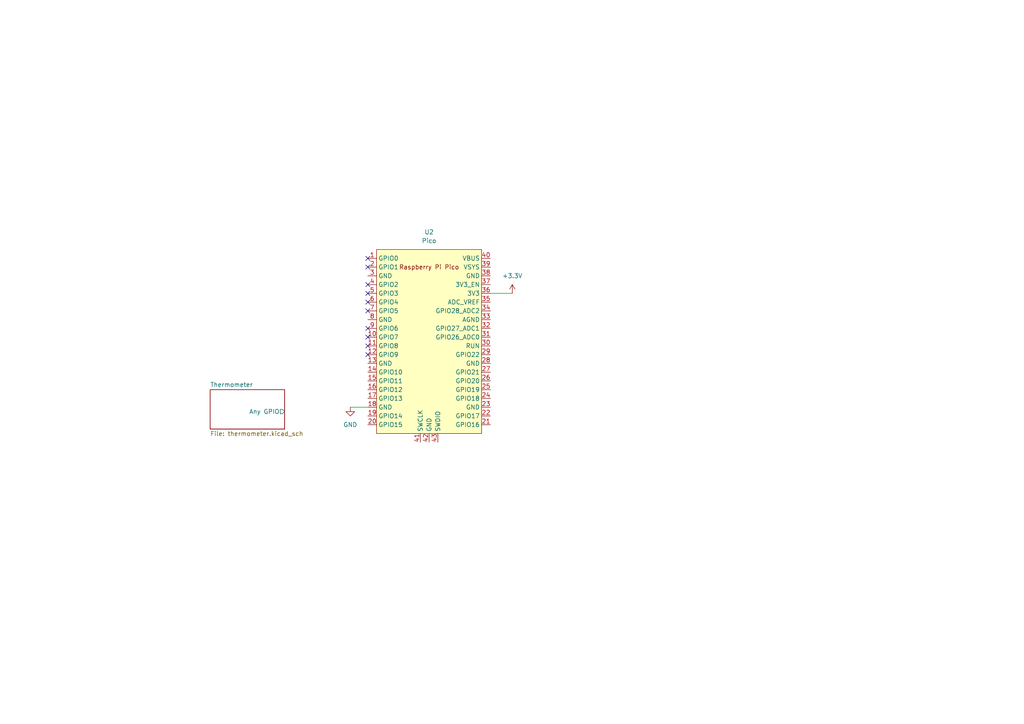
<source format=kicad_sch>
(kicad_sch (version 20231120) (generator "eeschema") (generator_version "8.0")
  (paper "A4")
  (title_block (title "Thermometre") (date "2025-01-28") (company "Andrei Vasilev"))
  (lib_symbols
    (symbol "MCU_RaspberryPi_and_Boards:Pico"
      (property "Reference" "U" (at -13.97 27.94 0))
      (property "Value" "Pico" (at 0 19.05 0))
      (symbol "Pico_0_0"
        (text "Raspberry Pi Pico" (at 0 21.59 0) (effects (font (size 1.27 1.27))))
      )
      (symbol "Pico_0_1"
        (rectangle (start -15.24 26.67) (end 15.24 -26.67) (fill (type background)))
      )
      (symbol "Pico_1_1"
        (pin bidirectional line (at -17.78 24.13 0) (length 2.54) (name "GPIO0") (number "1"))
        (pin bidirectional line (at -17.78 1.27 0) (length 2.54) (name "GPIO7") (number "10"))
        (pin bidirectional line (at -17.78 -1.27 0) (length 2.54) (name "GPIO8") (number "11"))
        (pin bidirectional line (at -17.78 -3.81 0) (length 2.54) (name "GPIO9") (number "12"))
        (pin power_in line (at -17.78 -6.35 0) (length 2.54) (name "GND") (number "13"))
        (pin bidirectional line (at -17.78 -8.89 0) (length 2.54) (name "GPIO10") (number "14"))
        (pin bidirectional line (at -17.78 -11.43 0) (length 2.54) (name "GPIO11") (number "15"))
        (pin bidirectional line (at -17.78 -13.97 0) (length 2.54) (name "GPIO12") (number "16"))
        (pin bidirectional line (at -17.78 -16.51 0) (length 2.54) (name "GPIO13") (number "17"))
        (pin power_in line (at -17.78 -19.05 0) (length 2.54) (name "GND") (number "18"))
        (pin bidirectional line (at -17.78 -21.59 0) (length 2.54) (name "GPIO14") (number "19"))
        (pin bidirectional line (at -17.78 21.59 0) (length 2.54) (name "GPIO1") (number "2"))
        (pin bidirectional line (at -17.78 -24.13 0) (length 2.54) (name "GPIO15") (number "20"))
        (pin bidirectional line (at 17.78 -24.13 180) (length 2.54) (name "GPIO16") (number "21"))
        (pin bidirectional line (at 17.78 -21.59 180) (length 2.54) (name "GPIO17") (number "22"))
        (pin power_in line (at 17.78 -19.05 180) (length 2.54) (name "GND") (number "23"))
        (pin bidirectional line (at 17.78 -16.51 180) (length 2.54) (name "GPIO18") (number "24"))
        (pin bidirectional line (at 17.78 -13.97 180) (length 2.54) (name "GPIO19") (number "25"))
        (pin bidirectional line (at 17.78 -11.43 180) (length 2.54) (name "GPIO20") (number "26"))
        (pin bidirectional line (at 17.78 -8.89 180) (length 2.54) (name "GPIO21") (number "27"))
        (pin power_in line (at 17.78 -6.35 180) (length 2.54) (name "GND") (number "28"))
        (pin bidirectional line (at 17.78 -3.81 180) (length 2.54) (name "GPIO22") (number "29"))
        (pin power_in line (at -17.78 19.05 0) (length 2.54) (name "GND") (number "3"))
        (pin input line (at 17.78 -1.27 180) (length 2.54) (name "RUN") (number "30"))
        (pin bidirectional line (at 17.78 1.27 180) (length 2.54) (name "GPIO26_ADC0") (number "31"))
        (pin bidirectional line (at 17.78 3.81 180) (length 2.54) (name "GPIO27_ADC1") (number "32"))
        (pin power_in line (at 17.78 6.35 180) (length 2.54) (name "AGND") (number "33"))
        (pin bidirectional line (at 17.78 8.89 180) (length 2.54) (name "GPIO28_ADC2") (number "34"))
        (pin power_in line (at 17.78 11.43 180) (length 2.54) (name "ADC_VREF") (number "35"))
        (pin power_in line (at 17.78 13.97 180) (length 2.54) (name "3V3") (number "36"))
        (pin input line (at 17.78 16.51 180) (length 2.54) (name "3V3_EN") (number "37"))
        (pin bidirectional line (at 17.78 19.05 180) (length 2.54) (name "GND") (number "38"))
        (pin power_in line (at 17.78 21.59 180) (length 2.54) (name "VSYS") (number "39"))
        (pin bidirectional line (at -17.78 16.51 0) (length 2.54) (name "GPIO2") (number "4"))
        (pin power_in line (at 17.78 24.13 180) (length 2.54) (name "VBUS") (number "40"))
        (pin input line (at -2.54 -29.21 90) (length 2.54) (name "SWCLK") (number "41"))
        (pin power_in line (at 0 -29.21 90) (length 2.54) (name "GND") (number "42"))
        (pin bidirectional line (at 2.54 -29.21 90) (length 2.54) (name "SWDIO") (number "43"))
        (pin bidirectional line (at -17.78 13.97 0) (length 2.54) (name "GPIO3") (number "5"))
        (pin bidirectional line (at -17.78 11.43 0) (length 2.54) (name "GPIO4") (number "6"))
        (pin bidirectional line (at -17.78 8.89 0) (length 2.54) (name "GPIO5") (number "7"))
        (pin power_in line (at -17.78 6.35 0) (length 2.54) (name "GND") (number "8"))
        (pin bidirectional line (at -17.78 3.81 0) (length 2.54) (name "GPIO6") (number "9"))
      )
    )
    (symbol "power:+3.3V" (power) (pin_numbers hide) (pin_names (offset 0) hide)
      (property "Value" "+3.3V" (at 0 3.556 0))
      (symbol "+3.3V_0_1"
        (polyline (pts (xy -0.762 1.27) (xy 0 2.54)))
        (polyline (pts (xy 0 0) (xy 0 2.54)))
        (polyline (pts (xy 0 2.54) (xy 0.762 1.27)))
      )
      (symbol "+3.3V_1_1"
        (pin power_in line (at 0 0 90) (length 0) (name "~") (number "1"))
      )
    )
    (symbol "power:GND" (power) (pin_numbers hide) (pin_names (offset 0) hide)
      (property "Value" "GND" (at 0 -3.81 0))
      (symbol "GND_0_1"
        (polyline (pts (xy 0 0) (xy 0 -1.27) (xy 1.27 -1.27) (xy 0 -2.54) (xy -1.27 -1.27) (xy 0 -1.27)))
      )
      (symbol "GND_1_1"
        (pin power_in line (at 0 0 270) (length 0) (name "~") (number "1"))
      )
    )
  )
  (no_connect (at 106.68 90.17))
  (no_connect (at 106.68 95.25))
  (no_connect (at 106.68 102.87))
  (no_connect (at 106.68 85.09))
  (no_connect (at 106.68 100.33))
  (no_connect (at 106.68 77.47))
  (no_connect (at 106.68 97.79))
  (no_connect (at 106.68 74.93))
  (no_connect (at 106.68 82.55))
  (no_connect (at 106.68 87.63))
  (wire (pts (xy 142.24 85.09) (xy 148.59 85.09)))
  (wire (pts (xy 101.6 118.11) (xy 106.68 118.11)))
  (symbol (lib_id "power:GND") (at 101.6 118.11 0) (unit 1)
    (property "Reference" "#PWR04" (effects (hide yes)))
    (property "Value" "GND" (at 101.6 123.19 0))
    (property "Description" "Power symbol creates a global label with name \"GND\" , ground" (effects (hide yes)))
  )
  (symbol (lib_id "power:+3.3V") (at 148.59 85.09 0) (unit 1)
    (property "Reference" "#PWR03" (effects (hide yes)))
    (property "Value" "+3.3V" (at 148.59 80.01 0))
    (property "Description" "Power symbol creates a global label with name \"+3.3V\"" (effects (hide yes)))
  )
  (symbol (lib_id "MCU_RaspberryPi_and_Boards:Pico") (at 124.46 99.06 0) (unit 1)
    (property "Reference" "U2" (at 124.46 67.31 0))
    (property "Value" "Pico" (at 124.46 69.85 0))
    (property "Footprint" "MCU_RaspberryPi_and_Boards:RPi_Pico_SMD_TH" (effects (hide yes)))
    (property "Datasheet" "https://datasheets.raspberrypi.com/pico/pico-datasheet.pdf" (effects (hide yes)))
  )
  (sheet (at 60.96 113.03) (size 21.59 11.43) (stroke (width 0.1524))
    (property "Sheetname" "Thermometer" (at 60.96 112.3184 0) (effects (justify left bottom)))
    (property "Sheetfile" "thermometer.kicad_sch" (at 60.96 125.0446 0) (effects (justify left top)))
    (pin "Any GPIO" output (at 82.55 119.38 0))
  )
)
</source>
